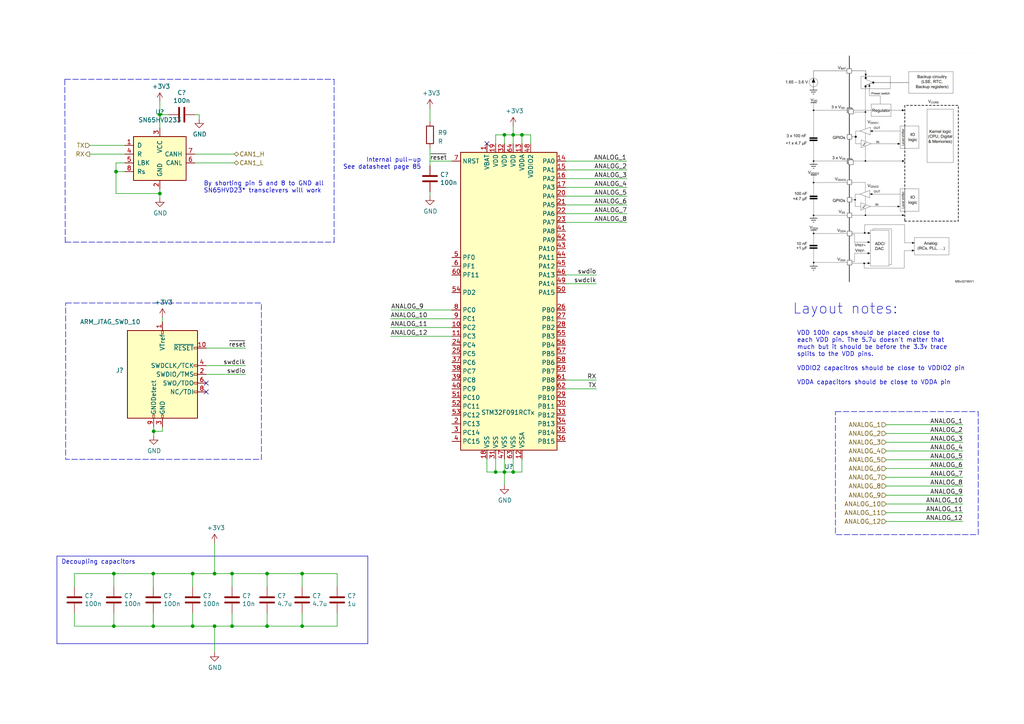
<source format=kicad_sch>
(kicad_sch (version 20230121) (generator eeschema)
  (paper "A4")
  (title_block (title "VEHICLE MEASUREMENT SYSTEM (VMU)") (rev "1.0") (company "KTH FORMULA STUDENT") (comment 1 "DeV17/DeV18") (comment 2 "PHILIP LIND") (comment 3 "PHILIND@KTH.SE"))
  (lib_symbols
    (symbol "Device:C" (pin_numbers hide) (pin_names (offset 0.254))
      (property "Reference" "C" (at 0.635 2.54 0))
      (property "Value" "C" (at 0.635 -2.54 0))
      (symbol "C_0_1"
        (polyline (pts (xy -2.032 -0.762) (xy 2.032 -0.762)) (stroke (width 0.508)))
        (polyline (pts (xy -2.032 0.762) (xy 2.032 0.762)) (stroke (width 0.508)))
      )
      (symbol "C_1_1"
        (pin passive line (at 0 3.81 270) (length 2.794) (name "~") (number "1"))
        (pin passive line (at 0 -3.81 90) (length 2.794) (name "~") (number "2"))
      )
    )
    (symbol "Device:R" (pin_numbers hide) (pin_names (offset 0))
      (property "Reference" "R" (at 2.032 0 90))
      (property "Value" "R" (at 0 0 90))
      (symbol "R_0_1"
        (rectangle (start -1.016 -2.54) (end 1.016 2.54) (stroke (width 0.254)))
      )
      (symbol "R_1_1"
        (pin passive line (at 0 3.81 270) (length 1.27) (name "~") (number "1"))
        (pin passive line (at 0 -3.81 90) (length 1.27) (name "~") (number "2"))
      )
    )
    (symbol "Interface_CAN_LIN:SN65HVD233" (pin_names (offset 1.016))
      (property "Reference" "U" (at -2.54 10.16 0))
      (property "Value" "SN65HVD233" (at -2.54 7.62 0))
      (symbol "SN65HVD233_0_1"
        (rectangle (start -7.62 5.08) (end 7.62 -7.62) (stroke (width 0.254)) (fill (type background)))
      )
      (symbol "SN65HVD233_1_1"
        (pin input line (at -10.16 2.54 0) (length 2.54) (name "D") (number "1"))
        (pin power_in line (at 0 -10.16 90) (length 2.54) (name "GND") (number "2"))
        (pin power_in line (at 0 7.62 270) (length 2.54) (name "VCC") (number "3"))
        (pin output line (at -10.16 0 0) (length 2.54) (name "R") (number "4"))
        (pin input line (at -10.16 -2.54 0) (length 2.54) (name "LBK") (number "5"))
        (pin bidirectional line (at 10.16 -2.54 180) (length 2.54) (name "CANL") (number "6"))
        (pin bidirectional line (at 10.16 0 180) (length 2.54) (name "CANH") (number "7"))
        (pin input line (at -10.16 -5.08 0) (length 2.54) (name "Rs") (number "8"))
      )
    )
    (symbol "KTHFS:ARM_JTAG_SWD_10" (pin_names (offset 1.016))
      (property "Reference" "J" (at 0 0 0))
      (property "Value" "ARM_JTAG_SWD_10" (at 0 0 0))
      (symbol "ARM_JTAG_SWD_10_1_1"
        (rectangle (start -10.16 13.97) (end 10.16 -11.43) (stroke (width 0.254)) (fill (type background)))
        (rectangle (start -2.794 -11.43) (end -2.286 -10.414))
        (rectangle (start -0.254 -11.43) (end 0.254 -10.414))
        (rectangle (start -0.254 13.97) (end 0.254 12.954))
        (rectangle (start 9.144 -4.064) (end 10.16 -3.556))
        (rectangle (start 9.144 3.556) (end 10.16 4.064))
        (rectangle (start 10.16 -1.524) (end 9.144 -1.016))
        (rectangle (start 10.16 1.016) (end 9.144 1.524))
        (rectangle (start 10.16 9.144) (end 9.144 8.636))
        (pin power_in line (at 0 16.51 270) (length 2.54) (name "VTref") (number "1"))
        (pin open_collector line (at 12.7 8.89 180) (length 2.54) (name "~{RESET}") (number "10"))
        (pin bidirectional line (at 12.7 1.27 180) (length 2.54) (name "SWDIO/TMS") (number "2"))
        (pin power_in line (at 0 -13.97 90) (length 2.54) (name "GND") (number "3"))
        (pin output line (at 12.7 3.81 180) (length 2.54) (name "SWDCLK/TCK") (number "4"))
        (pin passive line (at 0 -13.97 90) (length 2.54) hide (name "GND") (number "5"))
        (pin input line (at 12.7 -1.27 180) (length 2.54) (name "SWO/TDO") (number "6"))
        (pin no_connect line (at -10.16 1.27 0) (length 2.54) hide (name "KEY") (number "7"))
        (pin output line (at 12.7 -3.81 180) (length 2.54) (name "NC/TDI") (number "8"))
        (pin passive line (at -2.54 -13.97 90) (length 2.54) (name "GNDDetect") (number "9"))
      )
    )
    (symbol "blocks-rescue:+3.3V-power" (power) (pin_names (offset 0))
      (property "Value" "+3.3V-power" (at 0 3.556 0))
      (symbol "+3.3V-power_0_1"
        (polyline (pts (xy -0.762 1.27) (xy 0 2.54)))
        (polyline (pts (xy 0 0) (xy 0 2.54)))
        (polyline (pts (xy 0 2.54) (xy 0.762 1.27)))
      )
      (symbol "+3.3V-power_1_1"
        (pin power_in line (at 0 0 90) (length 0) hide (name "+3V3") (number "1"))
      )
    )
    (symbol "blocks-rescue:STM32F091RCTx-MCU_ST_STM32F0"
      (property "Reference" "U" (at -15.24 44.45 0))
      (property "Value" "MCU_ST_STM32F0_STM32F091RCTx" (at 7.62 44.45 0))
      (symbol "STM32F091RCTx-MCU_ST_STM32F0_0_1"
        (rectangle (start -15.24 -43.18) (end 12.7 43.18) (stroke (width 0.254)) (fill (type background)))
      )
      (symbol "STM32F091RCTx-MCU_ST_STM32F0_1_1"
        (pin power_in line (at -7.62 45.72 270) (length 2.54) (name "VBAT") (number "1"))
        (pin bidirectional line (at -17.78 -7.62 0) (length 2.54) (name "PC2") (number "10"))
        (pin bidirectional line (at -17.78 -10.16 0) (length 2.54) (name "PC3") (number "11"))
        (pin power_in line (at 2.54 -45.72 90) (length 2.54) (name "VSSA") (number "12"))
        (pin power_in line (at 2.54 45.72 270) (length 2.54) (name "VDDA") (number "13"))
        (pin bidirectional line (at 15.24 40.64 180) (length 2.54) (name "PA0") (number "14"))
        (pin bidirectional line (at 15.24 38.1 180) (length 2.54) (name "PA1") (number "15"))
        (pin bidirectional line (at 15.24 35.56 180) (length 2.54) (name "PA2") (number "16"))
        (pin bidirectional line (at 15.24 33.02 180) (length 2.54) (name "PA3") (number "17"))
        (pin power_in line (at -7.62 -45.72 90) (length 2.54) (name "VSS") (number "18"))
        (pin power_in line (at -5.08 45.72 270) (length 2.54) (name "VDD") (number "19"))
        (pin bidirectional line (at -17.78 -35.56 0) (length 2.54) (name "PC13") (number "2"))
        (pin bidirectional line (at 15.24 30.48 180) (length 2.54) (name "PA4") (number "20"))
        (pin bidirectional line (at 15.24 27.94 180) (length 2.54) (name "PA5") (number "21"))
        (pin bidirectional line (at 15.24 25.4 180) (length 2.54) (name "PA6") (number "22"))
        (pin bidirectional line (at 15.24 22.86 180) (length 2.54) (name "PA7") (number "23"))
        (pin bidirectional line (at -17.78 -12.7 0) (length 2.54) (name "PC4") (number "24"))
        (pin bidirectional line (at -17.78 -15.24 0) (length 2.54) (name "PC5") (number "25"))
        (pin bidirectional line (at 15.24 -2.54 180) (length 2.54) (name "PB0") (number "26"))
        (pin bidirectional line (at 15.24 -5.08 180) (length 2.54) (name "PB1") (number "27"))
        (pin bidirectional line (at 15.24 -7.62 180) (length 2.54) (name "PB2") (number "28"))
        (pin bidirectional line (at 15.24 -27.94 180) (length 2.54) (name "PB10") (number "29"))
        (pin bidirectional line (at -17.78 -38.1 0) (length 2.54) (name "PC14") (number "3"))
        (pin bidirectional line (at 15.24 -30.48 180) (length 2.54) (name "PB11") (number "30"))
        (pin power_in line (at -5.08 -45.72 90) (length 2.54) (name "VSS") (number "31"))
        (pin power_in line (at -2.54 45.72 270) (length 2.54) (name "VDD") (number "32"))
        (pin bidirectional line (at 15.24 -33.02 180) (length 2.54) (name "PB12") (number "33"))
        (pin bidirectional line (at 15.24 -35.56 180) (length 2.54) (name "PB13") (number "34"))
        (pin bidirectional line (at 15.24 -38.1 180) (length 2.54) (name "PB14") (number "35"))
        (pin bidirectional line (at 15.24 -40.64 180) (length 2.54) (name "PB15") (number "36"))
        (pin bidirectional line (at -17.78 -17.78 0) (length 2.54) (name "PC6") (number "37"))
        (pin bidirectional line (at -17.78 -20.32 0) (length 2.54) (name "PC7") (number "38"))
        (pin bidirectional line (at -17.78 -22.86 0) (length 2.54) (name "PC8") (number "39"))
        (pin bidirectional line (at -17.78 -40.64 0) (length 2.54) (name "PC15") (number "4"))
        (pin bidirectional line (at -17.78 -25.4 0) (length 2.54) (name "PC9") (number "40"))
        (pin bidirectional line (at 15.24 20.32 180) (length 2.54) (name "PA8") (number "41"))
        (pin bidirectional line (at 15.24 17.78 180) (length 2.54) (name "PA9") (number "42"))
        (pin bidirectional line (at 15.24 15.24 180) (length 2.54) (name "PA10") (number "43"))
        (pin bidirectional line (at 15.24 12.7 180) (length 2.54) (name "PA11") (number "44"))
        (pin bidirectional line (at 15.24 10.16 180) (length 2.54) (name "PA12") (number "45"))
        (pin bidirectional line (at 15.24 7.62 180) (length 2.54) (name "PA13") (number "46"))
        (pin power_in line (at -2.54 -45.72 90) (length 2.54) (name "VSS") (number "47"))
        (pin power_in line (at 5.08 45.72 270) (length 2.54) (name "VDDIO2") (number "48"))
        (pin bidirectional line (at 15.24 5.08 180) (length 2.54) (name "PA14") (number "49"))
        (pin input line (at -17.78 12.7 0) (length 2.54) (name "PF0") (number "5"))
        (pin bidirectional line (at 15.24 2.54 180) (length 2.54) (name "PA15") (number "50"))
        (pin bidirectional line (at -17.78 -27.94 0) (length 2.54) (name "PC10") (number "51"))
        (pin bidirectional line (at -17.78 -30.48 0) (length 2.54) (name "PC11") (number "52"))
        (pin bidirectional line (at -17.78 -33.02 0) (length 2.54) (name "PC12") (number "53"))
        (pin bidirectional line (at -17.78 2.54 0) (length 2.54) (name "PD2") (number "54"))
        (pin bidirectional line (at 15.24 -10.16 180) (length 2.54) (name "PB3") (number "55"))
        (pin bidirectional line (at 15.24 -12.7 180) (length 2.54) (name "PB4") (number "56"))
        (pin bidirectional line (at 15.24 -15.24 180) (length 2.54) (name "PB5") (number "57"))
        (pin bidirectional line (at 15.24 -17.78 180) (length 2.54) (name "PB6") (number "58"))
        (pin bidirectional line (at 15.24 -20.32 180) (length 2.54) (name "PB7") (number "59"))
        (pin input line (at -17.78 10.16 0) (length 2.54) (name "PF1") (number "6"))
        (pin bidirectional line (at -17.78 7.62 0) (length 2.54) (name "PF11") (number "60"))
        (pin bidirectional line (at 15.24 -22.86 180) (length 2.54) (name "PB8") (number "61"))
        (pin bidirectional line (at 15.24 -25.4 180) (length 2.54) (name "PB9") (number "62"))
        (pin power_in line (at 0 -45.72 90) (length 2.54) (name "VSS") (number "63"))
        (pin power_in line (at 0 45.72 270) (length 2.54) (name "VDD") (number "64"))
        (pin input line (at -17.78 40.64 0) (length 2.54) (name "NRST") (number "7"))
        (pin bidirectional line (at -17.78 -2.54 0) (length 2.54) (name "PC0") (number "8"))
        (pin bidirectional line (at -17.78 -5.08 0) (length 2.54) (name "PC1") (number "9"))
      )
    )
    (symbol "power:GND" (power) (pin_names (offset 0))
      (property "Value" "GND" (at 0 -3.81 0))
      (symbol "GND_0_1"
        (polyline (pts (xy 0 0) (xy 0 -1.27) (xy 1.27 -1.27) (xy 0 -2.54) (xy -1.27 -1.27) (xy 0 -1.27)))
      )
      (symbol "GND_1_1"
        (pin power_in line (at 0 0 270) (length 0) hide (name "GND") (number "1"))
      )
    )
  )
  (junction (at 33.02 181.61))
  (junction (at 62.23 166.37))
  (junction (at 55.88 166.37))
  (junction (at 44.577 125.095))
  (junction (at 87.63 166.37))
  (junction (at 62.23 181.61))
  (junction (at 87.63 181.61))
  (junction (at 67.31 181.61))
  (junction (at 143.764 136.906))
  (junction (at 67.31 166.37))
  (junction (at 33.655 49.784))
  (junction (at 77.47 166.37))
  (junction (at 44.45 166.37))
  (junction (at 148.844 136.906))
  (junction (at 146.304 39.116))
  (junction (at 148.844 39.116))
  (junction (at 44.45 181.61))
  (junction (at 146.304 136.906))
  (junction (at 55.88 181.61))
  (junction (at 46.355 33.274))
  (junction (at 46.355 56.134))
  (junction (at 77.47 181.61))
  (junction (at 33.02 166.37))
  (junction (at 151.384 39.116))
  (no_connect (at 59.817 111.125))
  (no_connect (at 141.224 41.656))
  (no_connect (at 59.817 113.665))
  (wire (pts (xy 21.59 170.18) (xy 21.59 166.37)))
  (wire (pts (xy 67.945 47.244) (xy 56.515 47.244)))
  (wire (pts (xy 67.31 166.37) (xy 67.31 170.18)))
  (wire (pts (xy 44.45 177.8) (xy 44.45 181.61)))
  (wire (pts (xy 148.844 39.116) (xy 148.844 41.656)))
  (wire (pts (xy 113.284 92.456) (xy 131.064 92.456)))
  (wire (pts (xy 33.655 47.244) (xy 33.655 49.784)))
  (wire (pts (xy 36.195 47.244) (xy 33.655 47.244)))
  (wire (pts (xy 143.764 39.116) (xy 146.304 39.116)))
  (wire (pts (xy 26.035 42.164) (xy 36.195 42.164)))
  (wire (pts (xy 143.764 133.096) (xy 143.764 136.906)))
  (wire (pts (xy 87.63 166.37) (xy 97.79 166.37)))
  (wire (pts (xy 124.714 46.736) (xy 124.714 48.006)))
  (wire (pts (xy 148.844 39.116) (xy 151.384 39.116)))
  (wire (pts (xy 257.048 151.257) (xy 279.273 151.257)))
  (wire (pts (xy 44.45 181.61) (xy 55.88 181.61)))
  (wire (pts (xy 181.864 49.276) (xy 164.084 49.276)))
  (wire (pts (xy 257.048 130.81) (xy 279.273 130.81)))
  (wire (pts (xy 257.048 135.89) (xy 279.273 135.89)))
  (wire (pts (xy 59.817 100.965) (xy 71.247 100.965)))
  (wire (pts (xy 21.59 177.8) (xy 21.59 181.61)))
  (wire (pts (xy 21.59 181.61) (xy 33.02 181.61)))
  (wire (pts (xy 33.02 170.18) (xy 33.02 166.37)))
  (wire (pts (xy 33.655 49.784) (xy 33.655 56.134)))
  (wire (pts (xy 146.304 140.716) (xy 146.304 136.906)))
  (wire (pts (xy 48.895 33.274) (xy 46.355 33.274)))
  (wire (pts (xy 164.084 110.236) (xy 172.974 110.236)))
  (wire (pts (xy 33.02 181.61) (xy 44.45 181.61)))
  (wire (pts (xy 146.304 136.906) (xy 148.844 136.906)))
  (wire (pts (xy 97.79 166.37) (xy 97.79 170.18)))
  (wire (pts (xy 257.048 128.27) (xy 279.273 128.27)))
  (wire (pts (xy 67.31 177.8) (xy 67.31 181.61)))
  (wire (pts (xy 164.084 56.896) (xy 181.864 56.896)))
  (wire (pts (xy 77.47 177.8) (xy 77.47 181.61)))
  (wire (pts (xy 146.304 41.656) (xy 146.304 39.116)))
  (wire (pts (xy 164.084 61.976) (xy 181.864 61.976)))
  (wire (pts (xy 151.384 136.906) (xy 151.384 133.096)))
  (wire (pts (xy 257.048 140.97) (xy 279.273 140.97)))
  (wire (pts (xy 97.79 181.61) (xy 97.79 177.8)))
  (polyline (pts (xy 16.51 161.29) (xy 106.68 161.29)))
  (wire (pts (xy 257.048 133.35) (xy 279.273 133.35)))
  (wire (pts (xy 131.2164 105.156) (xy 131.064 105.156)))
  (polyline (pts (xy 18.796 22.987) (xy 18.923 70.358)) (stroke (width 0) (type dash)))
  (wire (pts (xy 44.577 126.365) (xy 44.577 125.095)))
  (wire (pts (xy 257.048 143.637) (xy 279.273 143.637)))
  (wire (pts (xy 141.224 136.906) (xy 143.764 136.906)))
  (wire (pts (xy 181.864 64.516) (xy 164.084 64.516)))
  (wire (pts (xy 124.714 56.896) (xy 124.714 55.626)))
  (wire (pts (xy 44.577 125.095) (xy 47.117 125.095)))
  (wire (pts (xy 57.785 33.274) (xy 56.515 33.274)))
  (wire (pts (xy 55.88 166.37) (xy 62.23 166.37)))
  (polyline (pts (xy 106.68 186.69) (xy 16.51 186.69)))
  (wire (pts (xy 47.117 93.345) (xy 47.117 92.075)))
  (wire (pts (xy 257.048 148.717) (xy 279.273 148.717)))
  (wire (pts (xy 164.084 112.776) (xy 172.974 112.776)))
  (wire (pts (xy 59.817 106.045) (xy 71.247 106.045)))
  (wire (pts (xy 67.31 166.37) (xy 77.47 166.37)))
  (wire (pts (xy 164.084 79.756) (xy 172.974 79.756)))
  (wire (pts (xy 67.31 181.61) (xy 77.47 181.61)))
  (wire (pts (xy 113.411 89.916) (xy 131.064 89.916)))
  (wire (pts (xy 56.515 44.704) (xy 67.945 44.704)))
  (wire (pts (xy 46.355 33.274) (xy 46.355 29.464)))
  (wire (pts (xy 146.304 136.906) (xy 146.304 133.096)))
  (wire (pts (xy 131.064 107.696) (xy 131.2164 107.696)))
  (polyline (pts (xy 18.923 70.231) (xy 96.901 70.231)) (stroke (width 0) (type dash)))
  (wire (pts (xy 59.817 108.585) (xy 71.247 108.585)))
  (wire (pts (xy 62.23 189.23) (xy 62.23 181.61)))
  (wire (pts (xy 181.864 54.356) (xy 164.084 54.356)))
  (wire (pts (xy 257.048 125.73) (xy 279.273 125.73)))
  (wire (pts (xy 131.064 46.736) (xy 124.714 46.736)))
  (wire (pts (xy 46.355 37.084) (xy 46.355 33.274)))
  (wire (pts (xy 55.88 177.8) (xy 55.88 181.61)))
  (wire (pts (xy 148.844 136.906) (xy 151.384 136.906)))
  (wire (pts (xy 257.048 146.177) (xy 279.273 146.177)))
  (wire (pts (xy 257.048 138.43) (xy 279.273 138.43)))
  (wire (pts (xy 33.655 56.134) (xy 46.355 56.134)))
  (wire (pts (xy 77.47 166.37) (xy 87.63 166.37)))
  (wire (pts (xy 124.714 42.926) (xy 124.714 46.609)))
  (wire (pts (xy 21.59 166.37) (xy 33.02 166.37)))
  (wire (pts (xy 55.88 181.61) (xy 62.23 181.61)))
  (wire (pts (xy 148.844 133.096) (xy 148.844 136.906)))
  (wire (pts (xy 124.714 31.3944) (xy 124.714 35.306)))
  (wire (pts (xy 77.47 181.61) (xy 87.63 181.61)))
  (wire (pts (xy 143.764 41.656) (xy 143.764 39.116)))
  (wire (pts (xy 172.974 82.296) (xy 164.084 82.296)))
  (wire (pts (xy 36.195 44.704) (xy 26.035 44.704)))
  (wire (pts (xy 257.048 123.19) (xy 279.273 123.19)))
  (wire (pts (xy 44.577 125.095) (xy 44.577 123.825)))
  (polyline (pts (xy 18.796 22.987) (xy 96.901 22.987)) (stroke (width 0) (type dash)))
  (wire (pts (xy 62.23 181.61) (xy 67.31 181.61)))
  (wire (pts (xy 87.63 181.61) (xy 97.79 181.61)))
  (polyline (pts (xy 106.68 161.29) (xy 106.68 186.69)))
  (wire (pts (xy 36.195 49.784) (xy 33.655 49.784)))
  (wire (pts (xy 87.63 177.8) (xy 87.63 181.61)))
  (wire (pts (xy 77.47 170.18) (xy 77.47 166.37)))
  (wire (pts (xy 44.45 166.37) (xy 55.88 166.37)))
  (wire (pts (xy 33.02 177.8) (xy 33.02 181.61)))
  (wire (pts (xy 46.355 56.134) (xy 46.355 54.864)))
  (wire (pts (xy 46.355 57.404) (xy 46.355 56.134)))
  (wire (pts (xy 87.63 170.18) (xy 87.63 166.37)))
  (polyline (pts (xy 16.51 186.69) (xy 16.51 161.29)))
  (wire (pts (xy 62.23 166.37) (xy 67.31 166.37)))
  (wire (pts (xy 164.084 51.816) (xy 181.864 51.816)))
  (wire (pts (xy 141.224 133.096) (xy 141.224 136.906)))
  (wire (pts (xy 143.764 136.906) (xy 146.304 136.906)))
  (polyline (pts (xy 96.901 22.987) (xy 96.901 70.358)) (stroke (width 0) (type dash)))
  (wire (pts (xy 57.785 34.544) (xy 57.785 33.274)))
  (wire (pts (xy 44.45 170.18) (xy 44.45 166.37)))
  (wire (pts (xy 113.284 94.996) (xy 131.064 94.996)))
  (wire (pts (xy 153.924 39.116) (xy 153.924 41.656)))
  (wire (pts (xy 181.864 59.436) (xy 164.084 59.436)))
  (wire (pts (xy 151.384 41.656) (xy 151.384 39.116)))
  (wire (pts (xy 151.384 39.116) (xy 153.924 39.116)))
  (wire (pts (xy 33.02 166.37) (xy 44.45 166.37)))
  (wire (pts (xy 148.844 36.576) (xy 148.844 39.116)))
  (wire (pts (xy 113.284 97.536) (xy 131.064 97.536)))
  (wire (pts (xy 47.117 125.095) (xy 47.117 123.825)))
  (wire (pts (xy 55.88 170.18) (xy 55.88 166.37)))
  (wire (pts (xy 164.084 46.736) (xy 181.737 46.736)))
  (wire (pts (xy 146.304 39.116) (xy 148.844 39.116)))
  (wire (pts (xy 62.23 157.48) (xy 62.23 166.37)))
  (rectangle (start 19.05 87.884) (end 75.819 133.223) (stroke (width 0) (type dash)))
  (rectangle (start 242.316 119.38) (end 283.718 155.067) (stroke (width 0) (type dash)))
  (image (at 254 49.53) (scale 0.7))
  (text "By shorting pin 5 and 8 to GND all\nSN65HVD23* transcievers will work" (at 59.055 56.134 0) (effects (font (size 1.27 1.27)) (justify left bottom)))
  (text "Decoupling capacitors" (at 17.78 163.83 0) (effects (font (size 1.27 1.27)) (justify left bottom)))
  (text "VDD 100n caps should be placed close to\neach VDD pin. The 5.7u doesn't matter that\nmuch but it should be before the 3.3v trace\nsplits to the VDD pins.\n\nVDDIO2 capacitros should be close to VDDIO2 pin\n\nVDDA capacitors should be close to VDDA pin" (at 231.14 111.76 0) (effects (font (size 1.27 1.27)) (justify left bottom)))
  (text "Layout notes:" (at 229.87 91.44 0) (effects (font (size 2.9972 2.9972)) (justify left bottom)))
  (text "Internal pull-up\nSee datasheet page 85" (at 122.174 49.276 0) (effects (font (size 1.27 1.27)) (justify right bottom)))
  (label "ANALOG_12" (at 279.273 151.257 180))
  (label "ANALOG_7" (at 279.273 138.43 180))
  (label "ANALOG_7" (at 181.864 61.976 180))
  (label "ANALOG_6" (at 279.273 135.89 180))
  (label "ANALOG_10" (at 279.273 146.177 180))
  (label "ANALOG_6" (at 181.864 59.436 180))
  (label "ANALOG_3" (at 279.273 128.27 180))
  (label "ANALOG_1" (at 181.737 46.736 180))
  (label "ANALOG_2" (at 279.273 125.73 180))
  (label "ANALOG_2" (at 181.864 49.276 180))
  (label "ANALOG_9" (at 279.273 143.637 180))
  (label "~{reset}" (at 124.714 46.736 0))
  (label "ANALOG_4" (at 279.273 130.81 180))
  (label "swdclk" (at 172.974 82.296 180))
  (label "RX" (at 172.974 110.236 180))
  (label "ANALOG_5" (at 279.273 133.35 180))
  (label "ANALOG_10" (at 113.284 92.456 0))
  (label "ANALOG_1" (at 279.273 123.19 180))
  (label "swdclk" (at 71.247 106.045 180))
  (label "ANALOG_5" (at 181.864 56.896 180))
  (label "ANALOG_4" (at 181.864 54.356 180))
  (label "ANALOG_11" (at 113.284 94.996 0))
  (label "ANALOG_11" (at 279.273 148.717 180))
  (label "ANALOG_9" (at 113.411 89.916 0))
  (label "ANALOG_12" (at 113.284 97.536 0))
  (label "ANALOG_8" (at 181.864 64.516 180))
  (label "ANALOG_3" (at 181.864 51.816 180))
  (label "TX" (at 172.974 112.776 180))
  (label "ANALOG_8" (at 279.273 140.97 180))
  (label "swdio" (at 71.247 108.585 180))
  (label "~{reset}" (at 71.247 100.965 180))
  (label "swdio" (at 172.974 79.756 180))
  (hierarchical_label "TX" (shape input) (at 26.035 42.164 180))
  (hierarchical_label "ANALOG_7" (shape input) (at 257.048 138.43 180))
  (hierarchical_label "ANALOG_12" (shape input) (at 257.048 151.257 180))
  (hierarchical_label "ANALOG_5" (shape input) (at 257.048 133.35 180))
  (hierarchical_label "ANALOG_11" (shape input) (at 257.048 148.717 180))
  (hierarchical_label "ANALOG_6" (shape input) (at 257.048 135.89 180))
  (hierarchical_label "ANALOG_3" (shape input) (at 257.048 128.27 180))
  (hierarchical_label "RX" (shape output) (at 26.035 44.704 180))
  (hierarchical_label "ANALOG_9" (shape input) (at 257.048 143.637 180))
  (hierarchical_label "CAN1_L" (shape bidirectional) (at 67.945 47.244 0))
  (hierarchical_label "CAN1_H" (shape bidirectional) (at 67.945 44.704 0))
  (hierarchical_label "ANALOG_10" (shape input) (at 257.048 146.177 180))
  (hierarchical_label "ANALOG_8" (shape input) (at 257.048 140.97 180))
  (hierarchical_label "ANALOG_4" (shape input) (at 257.048 130.81 180))
  (hierarchical_label "ANALOG_2" (shape input) (at 257.048 125.73 180))
  (hierarchical_label "ANALOG_1" (shape input) (at 257.048 123.19 180))
  (symbol (lib_id "blocks-rescue:+3.3V-power") (at 46.355 29.464 0) (unit 1)
    (property "Reference" "#PWR?" (effects hide))
    (property "Value" "+3.3V" (at 46.736 25.0698 0))
  )
  (symbol (lib_id "power:GND") (at 46.355 57.404 0) (unit 1)
    (property "Reference" "#PWR?" (effects hide))
    (property "Value" "GND" (at 46.482 61.7982 0))
  )
  (symbol (lib_id "Device:C") (at 52.705 33.274 270) (unit 1)
    (property "Reference" "C?" (at 52.705 26.8732 90))
    (property "Value" "100n" (at 52.705 29.1846 90))
  )
  (symbol (lib_id "power:GND") (at 57.785 34.544 0) (unit 1)
    (property "Reference" "#PWR?" (effects hide))
    (property "Value" "GND" (at 57.912 38.9382 0))
  )
  (symbol (lib_id "blocks-rescue:STM32F091RCTx-MCU_ST_STM32F0") (at 148.844 87.376 0) (unit 1)
    (property "Reference" "U?" (at 147.574 135.3566 0))
    (property "Value" "STM32F091RCTx" (at 147.32 119.634 0))
    (property "Footprint" "Package_QFP:LQFP-64_10x10mm_P0.5mm" (effects hide))
    (property "Datasheet" "http://www.st.com/st-web-ui/static/active/en/resource/technical/document/datasheet/DM00115237.pdf" (effects hide))
  )
  (symbol (lib_id "blocks-rescue:+3.3V-power") (at 148.844 36.576 0) (unit 1)
    (property "Reference" "#PWR?" (effects hide))
    (property "Value" "+3.3V" (at 149.225 32.1818 0))
  )
  (symbol (lib_id "power:GND") (at 146.304 140.716 0) (unit 1)
    (property "Reference" "#PWR?" (effects hide))
    (property "Value" "GND" (at 146.431 145.1102 0))
  )
  (symbol (lib_id "Device:C") (at 124.714 51.816 0) (unit 1)
    (property "Reference" "C?" (at 127.635 50.6476 0) (effects (justify left)))
    (property "Value" "100n" (at 127.635 52.959 0) (effects (justify left)))
    (property "Footprint" "Capacitor_SMD:C_0603_1608Metric" (effects hide))
  )
  (symbol (lib_id "power:GND") (at 124.714 56.896 0) (unit 1)
    (property "Reference" "#PWR?" (effects hide))
    (property "Value" "GND" (at 124.841 61.2902 0))
  )
  (symbol (lib_id "Device:C") (at 21.59 173.99 0) (unit 1)
    (property "Reference" "C?" (at 24.511 172.8216 0) (effects (justify left)))
    (property "Value" "100n" (at 24.511 175.133 0) (effects (justify left)))
    (property "Footprint" "Capacitor_SMD:C_0603_1608Metric" (effects hide))
  )
  (symbol (lib_id "Device:C") (at 33.02 173.99 0) (unit 1)
    (property "Reference" "C?" (at 35.941 172.8216 0) (effects (justify left)))
    (property "Value" "100n" (at 35.941 175.133 0) (effects (justify left)))
    (property "Footprint" "Capacitor_SMD:C_0603_1608Metric" (effects hide))
  )
  (symbol (lib_id "Device:C") (at 44.45 173.99 0) (unit 1)
    (property "Reference" "C?" (at 47.371 172.8216 0) (effects (justify left)))
    (property "Value" "100n" (at 47.371 175.133 0) (effects (justify left)))
    (property "Footprint" "Capacitor_SMD:C_0603_1608Metric" (effects hide))
  )
  (symbol (lib_id "Device:C") (at 55.88 173.99 0) (unit 1)
    (property "Reference" "C?" (at 58.801 172.8216 0) (effects (justify left)))
    (property "Value" "100n" (at 58.801 175.133 0) (effects (justify left)))
    (property "Footprint" "Capacitor_SMD:C_0603_1608Metric" (effects hide))
  )
  (symbol (lib_id "Device:C") (at 67.31 173.99 0) (unit 1)
    (property "Reference" "C?" (at 70.231 172.8216 0) (effects (justify left)))
    (property "Value" "10n" (at 70.231 175.133 0) (effects (justify left)))
    (property "Footprint" "Capacitor_SMD:C_0603_1608Metric" (effects hide))
  )
  (symbol (lib_id "Device:C") (at 77.47 173.99 0) (unit 1)
    (property "Reference" "C?" (at 80.391 172.8216 0) (effects (justify left)))
    (property "Value" "4.7u" (at 80.391 175.133 0) (effects (justify left)))
    (property "Footprint" "Capacitor_SMD:C_0805_2012Metric" (effects hide))
  )
  (symbol (lib_id "Device:C") (at 87.63 173.99 0) (unit 1)
    (property "Reference" "C?" (at 90.551 172.8216 0) (effects (justify left)))
    (property "Value" "4.7u" (at 90.551 175.133 0) (effects (justify left)))
    (property "Footprint" "Capacitor_SMD:C_0805_2012Metric" (effects hide))
  )
  (symbol (lib_id "Device:C") (at 97.79 173.99 0) (unit 1)
    (property "Reference" "C?" (at 100.711 172.8216 0) (effects (justify left)))
    (property "Value" "1u" (at 100.711 175.133 0) (effects (justify left)))
    (property "Footprint" "Capacitor_SMD:C_0805_2012Metric" (effects hide))
  )
  (symbol (lib_id "power:GND") (at 62.23 189.23 0) (unit 1)
    (property "Reference" "#PWR?" (effects hide))
    (property "Value" "GND" (at 62.357 193.6242 0))
  )
  (symbol (lib_id "blocks-rescue:+3.3V-power") (at 62.23 157.48 0) (unit 1)
    (property "Reference" "#PWR?" (effects hide))
    (property "Value" "+3.3V" (at 62.611 153.0858 0))
  )
  (symbol (lib_id "KTHFS:ARM_JTAG_SWD_10") (at 47.117 109.855 0) (unit 1)
    (property "Reference" "J?" (at 35.8648 107.4166 0) (effects (justify right)))
    (property "Value" "ARM_JTAG_SWD_10" (at 40.767 93.345 0) (effects (justify right)))
  )
  (symbol (lib_id "power:GND") (at 44.577 126.365 0) (unit 1)
    (property "Reference" "#PWR?" (effects hide))
    (property "Value" "GND" (at 44.704 130.7592 0))
  )
  (symbol (lib_id "blocks-rescue:+3.3V-power") (at 47.117 92.075 0) (unit 1)
    (property "Reference" "#PWR?" (effects hide))
    (property "Value" "+3.3V" (at 47.498 87.6808 0))
  )
  (symbol (lib_id "Interface_CAN_LIN:SN65HVD233") (at 46.355 44.704 0) (unit 1)
    (property "Reference" "U?" (at 46.355 32.4866 0))
    (property "Value" "SN65HVD233" (at 46.355 34.798 0))
    (property "Footprint" "Package_SO:SOIC-8_3.9x4.9mm_P1.27mm" (effects hide))
    (property "Datasheet" "http://www.ti.com/lit/ds/symlink/sn65hvd234.pdf" (effects hide))
  )
  (symbol (lib_id "blocks-rescue:+3.3V-power") (at 124.714 31.3944 0) (unit 1)
    (property "Reference" "#PWR?" (effects hide))
    (property "Value" "+3.3V" (at 125.095 27.0002 0))
  )
  (symbol (lib_id "Device:R") (at 124.714 39.116 0) (unit 1)
    (property "Reference" "R9" (at 127 38.481 0) (effects (justify left)))
    (property "Value" "R" (at 127 41.021 0) (effects (justify left)))
  )
)
</source>
